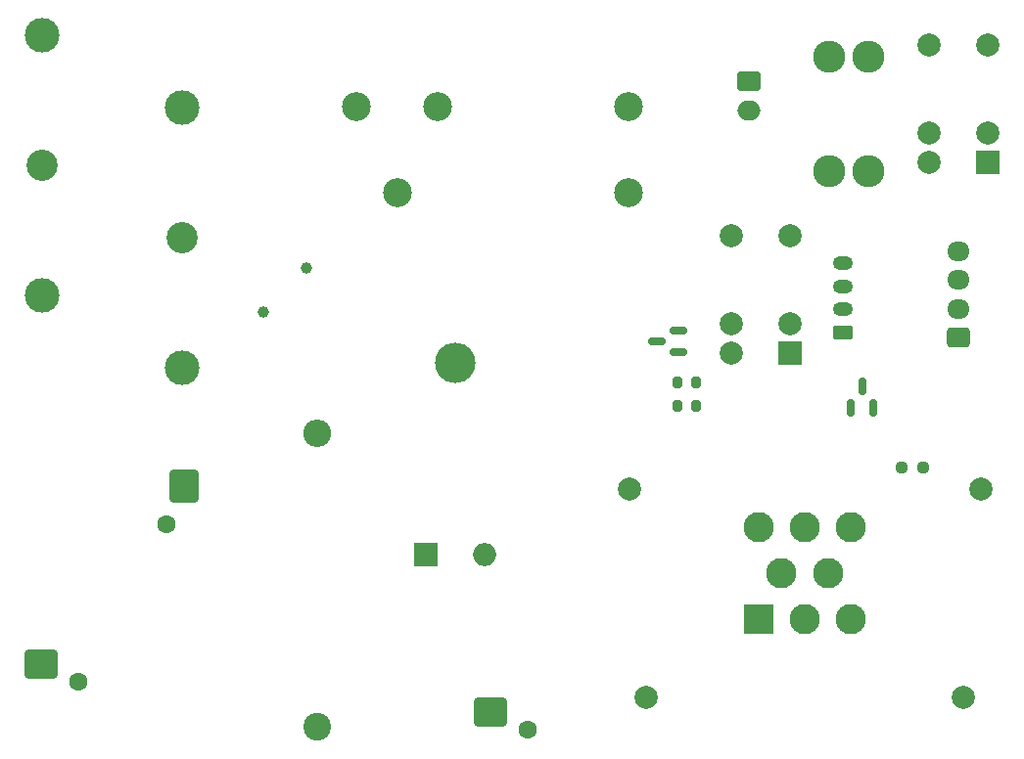
<source format=gbr>
%TF.GenerationSoftware,KiCad,Pcbnew,(6.0.1)*%
%TF.CreationDate,2022-02-14T12:04:18-05:00*%
%TF.ProjectId,pacman,7061636d-616e-42e6-9b69-6361645f7063,rev?*%
%TF.SameCoordinates,Original*%
%TF.FileFunction,Soldermask,Top*%
%TF.FilePolarity,Negative*%
%FSLAX46Y46*%
G04 Gerber Fmt 4.6, Leading zero omitted, Abs format (unit mm)*
G04 Created by KiCad (PCBNEW (6.0.1)) date 2022-02-14 12:04:18*
%MOMM*%
%LPD*%
G01*
G04 APERTURE LIST*
G04 Aperture macros list*
%AMRoundRect*
0 Rectangle with rounded corners*
0 $1 Rounding radius*
0 $2 $3 $4 $5 $6 $7 $8 $9 X,Y pos of 4 corners*
0 Add a 4 corners polygon primitive as box body*
4,1,4,$2,$3,$4,$5,$6,$7,$8,$9,$2,$3,0*
0 Add four circle primitives for the rounded corners*
1,1,$1+$1,$2,$3*
1,1,$1+$1,$4,$5*
1,1,$1+$1,$6,$7*
1,1,$1+$1,$8,$9*
0 Add four rect primitives between the rounded corners*
20,1,$1+$1,$2,$3,$4,$5,0*
20,1,$1+$1,$4,$5,$6,$7,0*
20,1,$1+$1,$6,$7,$8,$9,0*
20,1,$1+$1,$8,$9,$2,$3,0*%
G04 Aperture macros list end*
%ADD10C,2.700000*%
%ADD11C,3.000000*%
%ADD12RoundRect,0.237500X0.250000X0.237500X-0.250000X0.237500X-0.250000X-0.237500X0.250000X-0.237500X0*%
%ADD13RoundRect,0.250000X0.625000X-0.350000X0.625000X0.350000X-0.625000X0.350000X-0.625000X-0.350000X0*%
%ADD14O,1.750000X1.200000*%
%ADD15R,2.000000X2.000000*%
%ADD16C,2.000000*%
%ADD17C,2.500000*%
%ADD18C,2.780000*%
%ADD19RoundRect,0.250000X0.725000X-0.600000X0.725000X0.600000X-0.725000X0.600000X-0.725000X-0.600000X0*%
%ADD20O,1.950000X1.700000*%
%ADD21C,1.600000*%
%ADD22RoundRect,0.250000X1.150000X-0.980000X1.150000X0.980000X-1.150000X0.980000X-1.150000X-0.980000X0*%
%ADD23RoundRect,0.150000X0.587500X0.150000X-0.587500X0.150000X-0.587500X-0.150000X0.587500X-0.150000X0*%
%ADD24RoundRect,0.250000X-0.750000X0.600000X-0.750000X-0.600000X0.750000X-0.600000X0.750000X0.600000X0*%
%ADD25O,2.000000X1.700000*%
%ADD26RoundRect,0.200000X-0.200000X-0.275000X0.200000X-0.275000X0.200000X0.275000X-0.200000X0.275000X0*%
%ADD27O,3.500000X3.500000*%
%ADD28O,2.000000X2.000000*%
%ADD29RoundRect,0.250000X-0.980000X-1.150000X0.980000X-1.150000X0.980000X1.150000X-0.980000X1.150000X0*%
%ADD30RoundRect,0.150000X0.150000X-0.587500X0.150000X0.587500X-0.150000X0.587500X-0.150000X-0.587500X0*%
%ADD31R,2.625000X2.625000*%
%ADD32C,2.625000*%
%ADD33C,2.400000*%
%ADD34O,2.400000X2.400000*%
%ADD35C,1.000000*%
G04 APERTURE END LIST*
D10*
%TO.C,F2*%
X129032000Y-69877600D03*
D11*
X129032000Y-58627600D03*
X129032000Y-81127600D03*
%TD*%
D12*
%TO.C,R2*%
X193088900Y-89814400D03*
X191263900Y-89814400D03*
%TD*%
D13*
%TO.C,J9*%
X186182000Y-78105000D03*
D14*
X186182000Y-76105000D03*
X186182000Y-74105000D03*
X186182000Y-72105000D03*
%TD*%
D15*
%TO.C,K3*%
X198749500Y-63377500D03*
D16*
X198749500Y-60837500D03*
X198749500Y-53217500D03*
X193669500Y-53217500D03*
X193669500Y-60837500D03*
X193669500Y-63377500D03*
%TD*%
D17*
%TO.C,K1*%
X151140000Y-58540000D03*
X167640000Y-66040000D03*
X147640000Y-66040000D03*
X167640000Y-58540000D03*
X144140000Y-58540000D03*
%TD*%
D18*
%TO.C,F3*%
X188390000Y-64142000D03*
X184990000Y-64142000D03*
X184990000Y-54222000D03*
X188390000Y-54222000D03*
%TD*%
D19*
%TO.C,J2*%
X196198000Y-78553000D03*
D20*
X196198000Y-76053000D03*
X196198000Y-73553000D03*
X196198000Y-71053000D03*
%TD*%
D21*
%TO.C,J3*%
X158952000Y-112498000D03*
D22*
X155702000Y-110998000D03*
%TD*%
D23*
%TO.C,Q2*%
X171928000Y-79817000D03*
X171928000Y-77917000D03*
X170053000Y-78867000D03*
%TD*%
D24*
%TO.C,J6*%
X178054000Y-56388000D03*
D25*
X178054000Y-58888000D03*
%TD*%
D10*
%TO.C,F1*%
X116890800Y-63624800D03*
D11*
X116890800Y-52374800D03*
X116890800Y-74874800D03*
%TD*%
D26*
%TO.C,R5*%
X171831000Y-82423000D03*
X173481000Y-82423000D03*
%TD*%
D27*
%TO.C,R3*%
X152654000Y-80708000D03*
D15*
X150114000Y-97368000D03*
D28*
X155194000Y-97368000D03*
%TD*%
D21*
%TO.C,J4*%
X127659000Y-94690000D03*
D29*
X129159000Y-91440000D03*
%TD*%
D30*
%TO.C,D5*%
X186883000Y-84630500D03*
X188783000Y-84630500D03*
X187833000Y-82755500D03*
%TD*%
D21*
%TO.C,J5*%
X120090000Y-108307000D03*
D22*
X116840000Y-106807000D03*
%TD*%
D26*
%TO.C,R6*%
X171831000Y-84455000D03*
X173481000Y-84455000D03*
%TD*%
D15*
%TO.C,K2*%
X181610000Y-79883000D03*
D16*
X181610000Y-77343000D03*
X181610000Y-69723000D03*
X176530000Y-69723000D03*
X176530000Y-77343000D03*
X176530000Y-79883000D03*
%TD*%
%TO.C,J1*%
X196580000Y-109733000D03*
X167680000Y-91633000D03*
X198080000Y-91633000D03*
X169180000Y-109733000D03*
D31*
X178880000Y-102933000D03*
D32*
X182880000Y-102933000D03*
X186880000Y-102933000D03*
X180880000Y-98933000D03*
X184880000Y-98933000D03*
X178880000Y-94933000D03*
X182880000Y-94933000D03*
X186880000Y-94933000D03*
%TD*%
D33*
%TO.C,R1*%
X140716000Y-112268000D03*
D34*
X140716000Y-86868000D03*
%TD*%
D35*
%TO.C,D1*%
X139812000Y-72532000D03*
X136032000Y-76312000D03*
%TD*%
M02*

</source>
